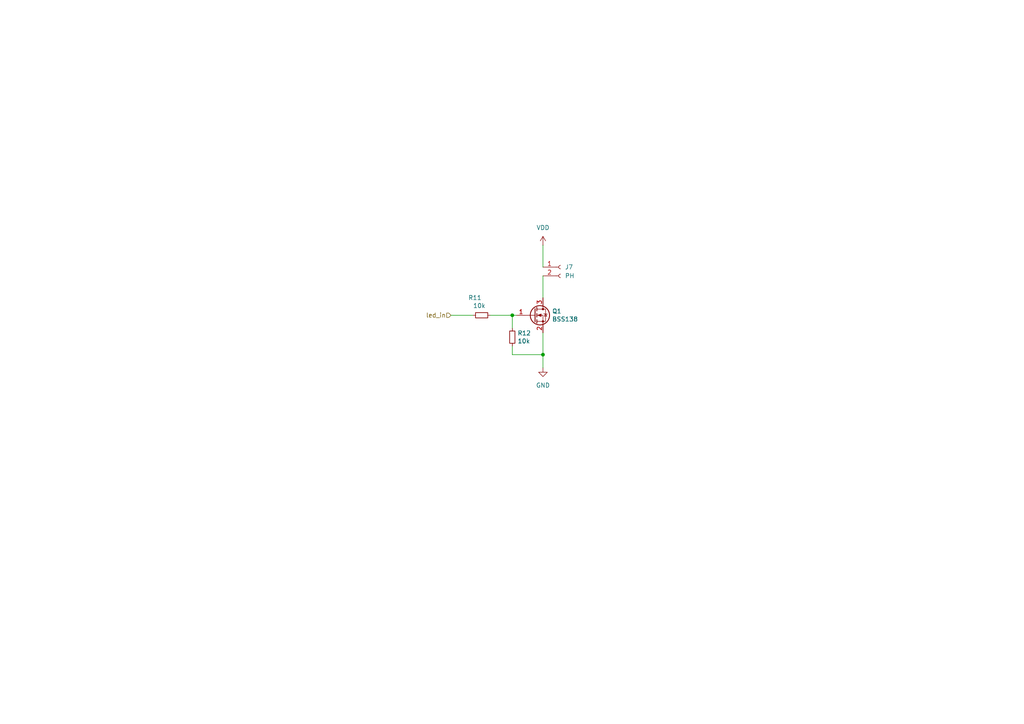
<source format=kicad_sch>
(kicad_sch (version 20231120) (generator "eeschema") (generator_version "8.0")
  (paper "A4")
  (lib_symbols
    (symbol "Connector:Conn_01x02_Female" (pin_names (offset 1.016) hide)
      (property "Reference" "J" (at 0 2.54 0))
      (property "Value" "Conn_01x02_Female" (at 0 -5.08 0))
      (symbol "Conn_01x02_Female_1_1"
        (arc (start 0 -2.032) (mid -0.5058 -2.54) (end 0 -3.048) (stroke (width 0.1524)))
        (polyline (pts (xy -1.27 -2.54) (xy -0.508 -2.54)) (stroke (width 0.1524)))
        (polyline (pts (xy -1.27 0) (xy -0.508 0)) (stroke (width 0.1524)))
        (arc (start 0 0.508) (mid -0.5058 0) (end 0 -0.508) (stroke (width 0.1524)))
        (pin passive line (at -5.08 0 0) (length 3.81) (name "Pin_1") (number "1"))
        (pin passive line (at -5.08 -2.54 0) (length 3.81) (name "Pin_2") (number "2"))
      )
    )
    (symbol "Device:R_Small" (pin_numbers hide) (pin_names (offset 0.254) hide)
      (property "Reference" "R" (at 0.762 0.508 0))
      (property "Value" "R_Small" (at 0.762 -1.016 0))
      (symbol "R_Small_0_1"
        (rectangle (start -0.762 1.778) (end 0.762 -1.778) (stroke (width 0.2032)))
      )
      (symbol "R_Small_1_1"
        (pin passive line (at 0 2.54 270) (length 0.762) (name "~") (number "1"))
        (pin passive line (at 0 -2.54 90) (length 0.762) (name "~") (number "2"))
      )
    )
    (symbol "Transistor_FET:BSS138" (pin_names hide)
      (property "Reference" "Q" (at 5.08 1.905 0))
      (property "Value" "BSS138" (at 5.08 0 0))
      (symbol "BSS138_0_1"
        (polyline (pts (xy 0.254 0) (xy -2.54 0)))
        (polyline (pts (xy 0.254 1.905) (xy 0.254 -1.905)) (stroke (width 0.254)))
        (polyline (pts (xy 0.762 -1.27) (xy 0.762 -2.286)) (stroke (width 0.254)))
        (polyline (pts (xy 0.762 0.508) (xy 0.762 -0.508)) (stroke (width 0.254)))
        (polyline (pts (xy 0.762 2.286) (xy 0.762 1.27)) (stroke (width 0.254)))
        (polyline (pts (xy 2.54 2.54) (xy 2.54 1.778)))
        (polyline (pts (xy 2.54 -2.54) (xy 2.54 0) (xy 0.762 0)))
        (polyline (pts (xy 0.762 -1.778) (xy 3.302 -1.778) (xy 3.302 1.778) (xy 0.762 1.778)))
        (polyline (pts (xy 1.016 0) (xy 2.032 0.381) (xy 2.032 -0.381) (xy 1.016 0)) (fill (type outline)))
        (polyline (pts (xy 2.794 0.508) (xy 2.921 0.381) (xy 3.683 0.381) (xy 3.81 0.254)))
        (polyline (pts (xy 3.302 0.381) (xy 2.921 -0.254) (xy 3.683 -0.254) (xy 3.302 0.381)))
        (circle (center 1.651 0) (radius 2.794) (stroke (width 0.254)))
        (circle (center 2.54 -1.778) (radius 0.254) (fill (type outline)))
        (circle (center 2.54 1.778) (radius 0.254) (fill (type outline)))
      )
      (symbol "BSS138_1_1"
        (pin input line (at -5.08 0 0) (length 2.54) (name "G") (number "1"))
        (pin passive line (at 2.54 -5.08 90) (length 2.54) (name "S") (number "2"))
        (pin passive line (at 2.54 5.08 270) (length 2.54) (name "D") (number "3"))
      )
    )
    (symbol "power:GND" (power) (pin_names (offset 0))
      (property "Value" "GND" (at 0 -3.81 0))
      (symbol "GND_0_1"
        (polyline (pts (xy 0 0) (xy 0 -1.27) (xy 1.27 -1.27) (xy 0 -2.54) (xy -1.27 -1.27) (xy 0 -1.27)))
      )
      (symbol "GND_1_1"
        (pin power_in line (at 0 0 270) (length 0) hide (name "GND") (number "1"))
      )
    )
    (symbol "power:VDD" (power) (pin_numbers hide) (pin_names (offset 0) hide)
      (property "Value" "VDD" (at 0 3.556 0))
      (symbol "VDD_0_1"
        (polyline (pts (xy -0.762 1.27) (xy 0 2.54)))
        (polyline (pts (xy 0 0) (xy 0 2.54)))
        (polyline (pts (xy 0 2.54) (xy 0.762 1.27)))
      )
      (symbol "VDD_1_1"
        (pin power_in line (at 0 0 90) (length 0) (name "~") (number "1"))
      )
    )
  )
  (junction (at 148.59 91.44))
  (junction (at 157.48 102.87))
  (wire (pts (xy 130.81 91.44) (xy 137.16 91.44)))
  (wire (pts (xy 157.48 106.68) (xy 157.48 102.87)))
  (wire (pts (xy 142.24 91.44) (xy 148.59 91.44)))
  (wire (pts (xy 157.48 80.01) (xy 157.48 86.36)))
  (wire (pts (xy 157.48 96.52) (xy 157.48 102.87)))
  (wire (pts (xy 148.59 91.44) (xy 149.86 91.44)))
  (wire (pts (xy 157.48 102.87) (xy 148.59 102.87)))
  (wire (pts (xy 148.59 95.25) (xy 148.59 91.44)))
  (wire (pts (xy 157.48 71.12) (xy 157.48 77.47)))
  (wire (pts (xy 148.59 100.33) (xy 148.59 102.87)))
  (hierarchical_label "led_in" (shape input) (at 130.81 91.44 180))
  (symbol (lib_id "Transistor_FET:BSS138") (at 154.94 91.44 0) (unit 1)
    (property "Reference" "Q2" (at 160.1216 90.2716 0) (effects (justify left)))
    (property "Value" "BSS138" (at 160.1216 92.583 0) (effects (justify left)))
    (property "Footprint" "Package_TO_SOT_SMD:SOT-23" (effects (hide yes)))
    (property "Datasheet" "https://www.onsemi.com/pub/Collateral/BSS138-D.PDF" (effects (hide yes)))
    (instances (project "" (path "" (reference "Q1") (unit 1)) (path "" (reference "Q3") (unit 1)) (path "" (reference "Q4") (unit 1)) (path "" (reference "Q2") (unit 1))))
  )
  (symbol (lib_id "Device:R_Small") (at 139.7 91.44 90) (unit 1)
    (property "Reference" "R13" (at 139.7 86.36 90) (effects (justify left)))
    (property "Value" "10k" (at 140.843 88.6714 90) (effects (justify left)))
    (property "Footprint" "Resistor_SMD:R_0603_1608Metric_Pad0.98x0.95mm_HandSolder" (effects (hide yes)))
    (instances (project "" (path "" (reference "R11") (unit 1)) (path "" (reference "R17") (unit 1)) (path "" (reference "R19") (unit 1)) (path "" (reference "R13") (unit 1))))
  )
  (symbol (lib_id "power:VDD") (at 157.48 71.12 0) (unit 1)
    (property "Reference" "#PWR049" (effects (hide yes)))
    (property "Value" "VDD" (at 157.48 66.04 0))
    (property "Description" "Power symbol creates a global label with name \"VDD\"" (effects (hide yes)))
    (instances (project "main" (path "" (reference "#PWR049") (unit 1)) (path "" (reference "#PWR062") (unit 1)) (path "" (reference "#PWR065") (unit 1)) (path "" (reference "#PWR052") (unit 1))))
  )
  (symbol (lib_id "Connector:Conn_01x02_Female") (at 162.56 77.47 0) (unit 1)
    (property "Reference" "J8" (at 163.83 77.4699 0) (effects (justify left)))
    (property "Value" "PH" (at 163.83 80.0099 0) (effects (justify left)))
    (property "Footprint" "Connector_JST:JST_PH_S2B-PH-K_1x02_P2.00mm_Horizontal" (effects (hide yes)))
    (instances (project "" (path "" (reference "J7") (unit 1)) (path "" (reference "J10") (unit 1)) (path "" (reference "J11") (unit 1)) (path "" (reference "J8") (unit 1))))
  )
  (symbol (lib_id "Device:R_Small") (at 148.59 97.79 0) (unit 1)
    (property "Reference" "R14" (at 150.0886 96.6216 0) (effects (justify left)))
    (property "Value" "10k" (at 150.0886 98.933 0) (effects (justify left)))
    (property "Footprint" "Resistor_SMD:R_0603_1608Metric_Pad0.98x0.95mm_HandSolder" (effects (hide yes)))
    (instances (project "" (path "" (reference "R12") (unit 1)) (path "" (reference "R18") (unit 1)) (path "" (reference "R20") (unit 1)) (path "" (reference "R14") (unit 1))))
  )
  (symbol (lib_id "power:GND") (at 157.48 106.68 0) (unit 1)
    (property "Reference" "#PWR051" (effects (hide yes)))
    (property "Value" "GND" (at 157.48 111.76 0))
    (instances (project "" (path "" (reference "#PWR048") (unit 1)) (path "" (reference "#PWR061") (unit 1)) (path "" (reference "#PWR064") (unit 1)) (path "" (reference "#PWR051") (unit 1))))
  )
)
</source>
